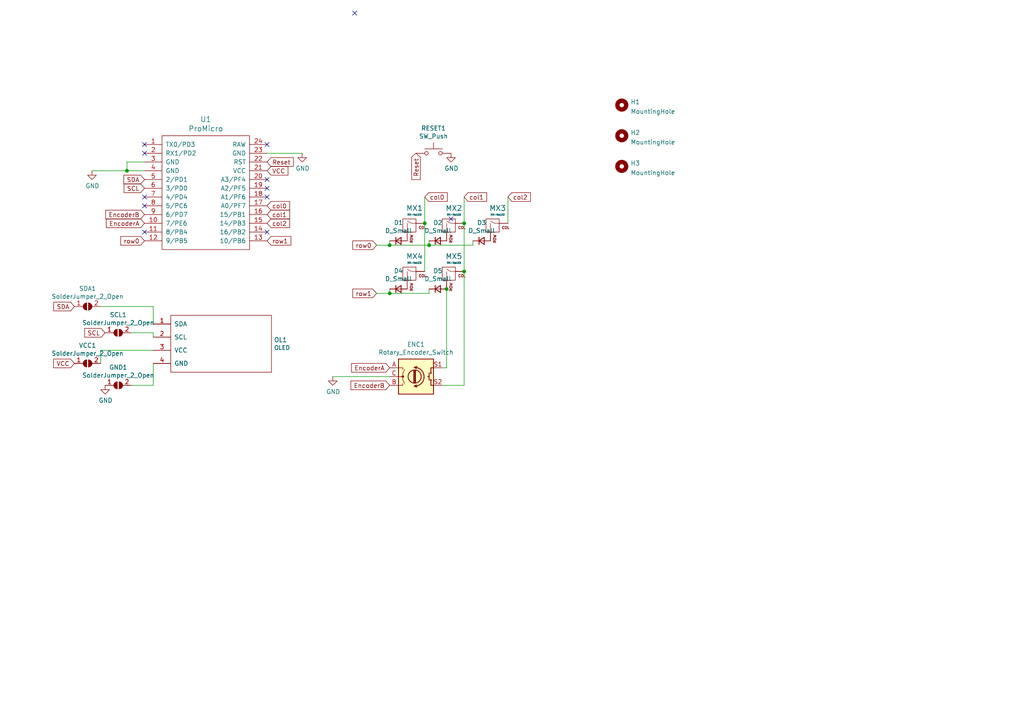
<source format=kicad_sch>
(kicad_sch (version 20210621) (generator eeschema)
  (paper "A4")
  (lib_symbols
    (symbol "Device:D_Small" (pin_numbers hide) (pin_names (offset 0.254) hide)
      (property "Reference" "D" (at -1.27 2.032 0))
      (property "Value" "D_Small" (at -3.81 -2.032 0))
      (symbol "D_Small_0_1"
        (polyline (pts (xy -0.762 -1.016) (xy -0.762 1.016)) (stroke (width 0.254)))
        (polyline (pts (xy -0.762 0) (xy 0.762 0)))
        (polyline (pts (xy 0.762 -1.016) (xy -0.762 0) (xy 0.762 1.016) (xy 0.762 -1.016)) (stroke (width 0.254)))
      )
      (symbol "D_Small_1_1"
        (pin passive line (at -2.54 0 0) (length 1.778) (name "K") (number "1"))
        (pin passive line (at 2.54 0 180) (length 1.778) (name "A") (number "2"))
      )
    )
    (symbol "Device:Rotary_Encoder_Switch" (pin_names (offset 0.254) hide)
      (property "Reference" "SW" (at 0 6.604 0))
      (property "Value" "Rotary_Encoder_Switch" (at 0 -6.604 0))
      (symbol "Rotary_Encoder_Switch_0_1"
        (arc (start -0.381 -2.794) (end -0.381 2.667) (radius (at -0.381 -0.0508) (length 2.7432) (angles -89.9 89.9)) (stroke (width 0.254)))
        (circle (center -0.381 0) (radius 1.905) (stroke (width 0.254)))
        (circle (center 4.318 -1.016) (radius 0.127) (stroke (width 0.254)))
        (circle (center 4.318 1.016) (radius 0.127) (stroke (width 0.254)))
        (circle (center -3.81 0) (radius 0.254) (fill (type outline)))
        (rectangle (start -5.08 5.08) (end 5.08 -5.08) (stroke (width 0.254)) (fill (type background)))
        (polyline (pts (xy -0.635 -1.778) (xy -0.635 1.778)) (stroke (width 0.254)))
        (polyline (pts (xy -0.381 -1.778) (xy -0.381 1.778)) (stroke (width 0.254)))
        (polyline (pts (xy -0.127 1.778) (xy -0.127 -1.778)) (stroke (width 0.254)))
        (polyline (pts (xy 3.81 0) (xy 3.429 0)) (stroke (width 0.254)))
        (polyline (pts (xy 3.81 1.016) (xy 3.81 -1.016)) (stroke (width 0.254)))
        (polyline (pts (xy -5.08 -2.54) (xy -3.81 -2.54) (xy -3.81 -2.032)))
        (polyline (pts (xy -5.08 2.54) (xy -3.81 2.54) (xy -3.81 2.032)))
        (polyline (pts (xy 0.254 -3.048) (xy -0.508 -2.794) (xy 0.127 -2.413)) (stroke (width 0.254)))
        (polyline (pts (xy 0.254 2.921) (xy -0.508 2.667) (xy 0.127 2.286)) (stroke (width 0.254)))
        (polyline (pts (xy 5.08 -2.54) (xy 4.318 -2.54) (xy 4.318 -1.016)) (stroke (width 0.254)))
        (polyline (pts (xy 5.08 2.54) (xy 4.318 2.54) (xy 4.318 1.016)) (stroke (width 0.254)))
        (polyline (pts (xy -5.08 0) (xy -3.81 0) (xy -3.81 -1.016) (xy -3.302 -2.032)))
        (polyline (pts (xy -4.318 0) (xy -3.81 0) (xy -3.81 1.016) (xy -3.302 2.032)))
      )
      (symbol "Rotary_Encoder_Switch_1_1"
        (pin passive line (at -7.62 2.54 0) (length 2.54) (name "A") (number "A"))
        (pin passive line (at -7.62 -2.54 0) (length 2.54) (name "B") (number "B"))
        (pin passive line (at -7.62 0 0) (length 2.54) (name "C") (number "C"))
        (pin passive line (at 7.62 2.54 180) (length 2.54) (name "S1") (number "S1"))
        (pin passive line (at 7.62 -2.54 180) (length 2.54) (name "S2") (number "S2"))
      )
    )
    (symbol "Jumper:SolderJumper_2_Open" (pin_names (offset 0) hide)
      (property "Reference" "JP" (at 0 2.032 0))
      (property "Value" "SolderJumper_2_Open" (at 0 -2.54 0))
      (symbol "SolderJumper_2_Open_0_1"
        (arc (start -0.254 1.016) (end -0.254 -1.016) (radius (at -0.254 0) (length 1.016) (angles 90.1 -90.1)))
        (arc (start 0.254 -1.016) (end 0.254 1.016) (radius (at 0.254 0) (length 1.016) (angles -89.9 89.9)))
        (arc (start -0.254 1.016) (end -0.254 -1.016) (radius (at -0.254 0) (length 1.016) (angles 90.1 -90.1)) (fill (type outline)))
        (arc (start 0.254 -1.016) (end 0.254 1.016) (radius (at 0.254 0) (length 1.016) (angles -89.9 89.9)) (fill (type outline)))
        (polyline (pts (xy -0.254 1.016) (xy -0.254 -1.016)))
        (polyline (pts (xy 0.254 1.016) (xy 0.254 -1.016)))
      )
      (symbol "SolderJumper_2_Open_1_1"
        (pin passive line (at -3.81 0 0) (length 2.54) (name "A") (number "1"))
        (pin passive line (at 3.81 0 180) (length 2.54) (name "B") (number "2"))
      )
    )
    (symbol "Keebio:ProMicro" (pin_names (offset 1.016))
      (property "Reference" "U" (at 0 0 0))
      (property "Value" "ProMicro" (at 0 -19.05 0))
      (symbol "ProMicro_0_1"
        (rectangle (start -12.7 -16.51) (end 12.7 16.51))
      )
      (symbol "ProMicro_1_1"
        (pin input line (at -17.78 13.97 0) (length 5.08) (name "TX0/PD3") (number "1"))
        (pin input line (at -17.78 -8.89 0) (length 5.08) (name "7/PE6") (number "10"))
        (pin input line (at -17.78 -11.43 0) (length 5.08) (name "8/PB4") (number "11"))
        (pin input line (at -17.78 -13.97 0) (length 5.08) (name "9/PB5") (number "12"))
        (pin input line (at 17.78 -13.97 180) (length 5.08) (name "10/PB6") (number "13"))
        (pin input line (at 17.78 -11.43 180) (length 5.08) (name "16/PB2") (number "14"))
        (pin input line (at 17.78 -8.89 180) (length 5.08) (name "14/PB3") (number "15"))
        (pin input line (at 17.78 -6.35 180) (length 5.08) (name "15/PB1") (number "16"))
        (pin input line (at 17.78 -3.81 180) (length 5.08) (name "A0/PF7") (number "17"))
        (pin input line (at 17.78 -1.27 180) (length 5.08) (name "A1/PF6") (number "18"))
        (pin input line (at 17.78 1.27 180) (length 5.08) (name "A2/PF5") (number "19"))
        (pin input line (at -17.78 11.43 0) (length 5.08) (name "RX1/PD2") (number "2"))
        (pin input line (at 17.78 3.81 180) (length 5.08) (name "A3/PF4") (number "20"))
        (pin input line (at 17.78 6.35 180) (length 5.08) (name "VCC") (number "21"))
        (pin input line (at 17.78 8.89 180) (length 5.08) (name "RST") (number "22"))
        (pin input line (at 17.78 11.43 180) (length 5.08) (name "GND") (number "23"))
        (pin input line (at 17.78 13.97 180) (length 5.08) (name "RAW") (number "24"))
        (pin input line (at -17.78 8.89 0) (length 5.08) (name "GND") (number "3"))
        (pin input line (at -17.78 6.35 0) (length 5.08) (name "GND") (number "4"))
        (pin input line (at -17.78 3.81 0) (length 5.08) (name "2/PD1") (number "5"))
        (pin input line (at -17.78 1.27 0) (length 5.08) (name "3/PD0") (number "6"))
        (pin input line (at -17.78 -1.27 0) (length 5.08) (name "4/PD4") (number "7"))
        (pin input line (at -17.78 -3.81 0) (length 5.08) (name "5/PC6") (number "8"))
        (pin input line (at -17.78 -6.35 0) (length 5.08) (name "6/PD7") (number "9"))
      )
    )
    (symbol "MX_Alps_Hybrid:MX-NoLED" (pin_names (offset 1.016))
      (property "Reference" "MX" (at -0.635 3.81 0))
      (property "Value" "MX-NoLED" (at -0.635 1.27 0))
      (symbol "MX-NoLED_0_0"
        (text "COL" (at 3.175 0 0) (effects (font (size 0.762 0.762))))
        (text "ROW" (at 0 -1.905 900) (effects (font (size 0.762 0.762)) (justify right)))
        (rectangle (start -2.54 2.54) (end 1.27 -1.27))
        (polyline (pts (xy -1.27 -1.27) (xy -1.27 1.27)) (stroke (width 0.127)))
        (polyline (pts (xy 1.27 1.27) (xy 0 1.27) (xy -1.27 1.905)) (stroke (width 0.127)))
      )
      (symbol "MX-NoLED_1_1"
        (pin passive line (at 3.81 1.27 180) (length 2.54) (name "COL") (number "1"))
        (pin passive line (at -1.27 -3.81 90) (length 2.54) (name "ROW") (number "2"))
      )
    )
    (symbol "Mechanical:MountingHole" (pin_names (offset 1.016))
      (property "Reference" "H" (at 0 5.08 0))
      (property "Value" "MountingHole" (at 0 3.175 0))
      (symbol "MountingHole_0_1"
        (circle (center 0 0) (radius 1.27) (stroke (width 1.27)))
      )
    )
    (symbol "Switch:SW_Push" (pin_numbers hide) (pin_names (offset 1.016) hide)
      (property "Reference" "SW" (at 1.27 2.54 0))
      (property "Value" "SW_Push" (at 0 -1.524 0))
      (symbol "SW_Push_0_1"
        (circle (center -2.032 0) (radius 0.508))
        (circle (center 2.032 0) (radius 0.508))
        (polyline (pts (xy 0 1.27) (xy 0 3.048)))
        (polyline (pts (xy 2.54 1.27) (xy -2.54 1.27)))
        (pin passive line (at -5.08 0 0) (length 2.54) (name "1") (number "1"))
        (pin passive line (at 5.08 0 180) (length 2.54) (name "2") (number "2"))
      )
    )
    (symbol "kbd:OLED" (pin_names (offset 1.016))
      (property "Reference" "OL" (at 0 2.54 0))
      (property "Value" "OLED" (at 0 -1.27 0))
      (symbol "OLED_0_1"
        (rectangle (start -13.97 8.89) (end 15.24 -7.62))
      )
      (symbol "OLED_1_1"
        (pin bidirectional line (at -19.05 6.35 0) (length 5.08) (name "SDA") (number "1"))
        (pin bidirectional line (at -19.05 2.54 0) (length 5.08) (name "SCL") (number "2"))
        (pin power_in line (at -19.05 -1.27 0) (length 5.08) (name "VCC") (number "3"))
        (pin power_in line (at -19.05 -5.08 0) (length 5.08) (name "GND") (number "4"))
      )
    )
    (symbol "power:GND" (power) (pin_names (offset 0))
      (property "Value" "GND" (at 0 -3.81 0))
      (symbol "GND_0_1"
        (polyline (pts (xy 0 0) (xy 0 -1.27) (xy 1.27 -1.27) (xy 0 -2.54) (xy -1.27 -1.27) (xy 0 -1.27)))
      )
      (symbol "GND_1_1"
        (pin power_in line (at 0 0 270) (length 0) hide (name "GND") (number "1"))
      )
    )
  )
  (junction (at 36.83 49.53))
  (junction (at 113.03 71.12))
  (junction (at 113.03 85.09))
  (junction (at 123.19 64.77))
  (junction (at 124.46 71.12))
  (junction (at 129.54 83.82))
  (junction (at 134.62 64.77))
  (junction (at 134.62 78.74))
  (no_connect (at 41.91 41.91))
  (no_connect (at 41.91 44.45))
  (no_connect (at 41.91 57.15))
  (no_connect (at 41.91 59.69))
  (no_connect (at 41.91 67.31))
  (no_connect (at 77.47 41.91))
  (no_connect (at 77.47 52.07))
  (no_connect (at 77.47 54.61))
  (no_connect (at 77.47 57.15))
  (no_connect (at 77.47 67.31))
  (no_connect (at 102.87 3.81))
  (no_connect (at 130.81 63.5))
  (wire (pts (xy 29.21 88.9) (xy 44.45 88.9)))
  (wire (pts (xy 29.21 101.6) (xy 29.21 105.41)))
  (wire (pts (xy 36.83 46.99) (xy 36.83 49.53)))
  (wire (pts (xy 36.83 49.53) (xy 26.67 49.53)))
  (wire (pts (xy 38.1 96.52) (xy 44.45 96.52)))
  (wire (pts (xy 38.1 111.76) (xy 44.45 111.76)))
  (wire (pts (xy 41.91 46.99) (xy 36.83 46.99)))
  (wire (pts (xy 41.91 49.53) (xy 36.83 49.53)))
  (wire (pts (xy 44.45 88.9) (xy 44.45 93.98)))
  (wire (pts (xy 44.45 96.52) (xy 44.45 97.79)))
  (wire (pts (xy 44.45 101.6) (xy 29.21 101.6)))
  (wire (pts (xy 44.45 111.76) (xy 44.45 105.41)))
  (wire (pts (xy 77.47 44.45) (xy 87.63 44.45)))
  (wire (pts (xy 113.03 71.12) (xy 109.22 71.12)))
  (wire (pts (xy 113.03 71.12) (xy 113.03 69.85)))
  (wire (pts (xy 113.03 85.09) (xy 109.22 85.09)))
  (wire (pts (xy 113.03 85.09) (xy 113.03 83.82)))
  (wire (pts (xy 113.03 109.22) (xy 96.52 109.22)))
  (wire (pts (xy 123.19 64.77) (xy 123.19 57.15)))
  (wire (pts (xy 123.19 64.77) (xy 123.19 78.74)))
  (wire (pts (xy 124.46 69.85) (xy 124.46 71.12)))
  (wire (pts (xy 124.46 71.12) (xy 113.03 71.12)))
  (wire (pts (xy 124.46 83.82) (xy 124.46 85.09)))
  (wire (pts (xy 124.46 85.09) (xy 113.03 85.09)))
  (wire (pts (xy 128.27 106.68) (xy 129.54 106.68)))
  (wire (pts (xy 128.27 111.76) (xy 134.62 111.76)))
  (wire (pts (xy 129.54 106.68) (xy 129.54 83.82)))
  (wire (pts (xy 134.62 64.77) (xy 134.62 57.15)))
  (wire (pts (xy 134.62 64.77) (xy 134.62 78.74)))
  (wire (pts (xy 134.62 111.76) (xy 134.62 78.74)))
  (wire (pts (xy 137.16 69.85) (xy 137.16 71.12)))
  (wire (pts (xy 137.16 71.12) (xy 124.46 71.12)))
  (wire (pts (xy 147.32 64.77) (xy 147.32 57.15)))
  (global_label "SDA" (shape input) (at 21.59 88.9 180) (property "Intersheet References" "${INTERSHEET_REFS}" (effects hide)))
  (global_label "VCC" (shape input) (at 21.59 105.41 180) (property "Intersheet References" "${INTERSHEET_REFS}" (effects hide)))
  (global_label "SCL" (shape input) (at 30.48 96.52 180) (property "Intersheet References" "${INTERSHEET_REFS}" (effects hide)))
  (global_label "SDA" (shape input) (at 41.91 52.07 180) (property "Intersheet References" "${INTERSHEET_REFS}" (effects hide)))
  (global_label "SCL" (shape input) (at 41.91 54.61 180) (property "Intersheet References" "${INTERSHEET_REFS}" (effects hide)))
  (global_label "EncoderB" (shape input) (at 41.91 62.23 180) (property "Intersheet References" "${INTERSHEET_REFS}" (effects hide)))
  (global_label "EncoderA" (shape input) (at 41.91 64.77 180) (property "Intersheet References" "${INTERSHEET_REFS}" (effects hide)))
  (global_label "row0" (shape input) (at 41.91 69.85 180) (property "Intersheet References" "${INTERSHEET_REFS}" (effects hide)))
  (global_label "Reset" (shape input) (at 77.47 46.99 0) (property "Intersheet References" "${INTERSHEET_REFS}" (effects hide)))
  (global_label "VCC" (shape input) (at 77.47 49.53 0) (property "Intersheet References" "${INTERSHEET_REFS}" (effects hide)))
  (global_label "col0" (shape input) (at 77.47 59.69 0) (property "Intersheet References" "${INTERSHEET_REFS}" (effects hide)))
  (global_label "col1" (shape input) (at 77.47 62.23 0) (property "Intersheet References" "${INTERSHEET_REFS}" (effects hide)))
  (global_label "col2" (shape input) (at 77.47 64.77 0) (property "Intersheet References" "${INTERSHEET_REFS}" (effects hide)))
  (global_label "row1" (shape input) (at 77.47 69.85 0) (property "Intersheet References" "${INTERSHEET_REFS}" (effects hide)))
  (global_label "row0" (shape input) (at 109.22 71.12 180) (property "Intersheet References" "${INTERSHEET_REFS}" (effects hide)))
  (global_label "row1" (shape input) (at 109.22 85.09 180) (property "Intersheet References" "${INTERSHEET_REFS}" (effects hide)))
  (global_label "EncoderA" (shape input) (at 113.03 106.68 180) (property "Intersheet References" "${INTERSHEET_REFS}" (effects hide)))
  (global_label "EncoderB" (shape input) (at 113.03 111.76 180) (property "Intersheet References" "${INTERSHEET_REFS}" (effects hide)))
  (global_label "Reset" (shape input) (at 120.65 44.45 270) (property "Intersheet References" "${INTERSHEET_REFS}" (effects hide)))
  (global_label "col0" (shape input) (at 123.19 57.15 0) (property "Intersheet References" "${INTERSHEET_REFS}" (effects hide)))
  (global_label "col1" (shape input) (at 134.62 57.15 0) (property "Intersheet References" "${INTERSHEET_REFS}" (effects hide)))
  (global_label "col2" (shape input) (at 147.32 57.15 0) (property "Intersheet References" "${INTERSHEET_REFS}" (effects hide)))
  (symbol (lib_id "power:GND") (at 26.67 49.53 0) (unit 1)
    (property "Reference" "#PWR0101" (effects hide))
    (property "Value" "GND" (at 26.797 53.9242 0))
  )
  (symbol (lib_id "power:GND") (at 30.48 111.76 0) (unit 1)
    (property "Reference" "#PWR0105" (effects hide))
    (property "Value" "GND" (at 30.607 116.1542 0))
  )
  (symbol (lib_id "power:GND") (at 87.63 44.45 0) (unit 1)
    (property "Reference" "#PWR0102" (effects hide))
    (property "Value" "GND" (at 87.757 48.8442 0))
  )
  (symbol (lib_id "power:GND") (at 96.52 109.22 0) (unit 1)
    (property "Reference" "#PWR0104" (effects hide))
    (property "Value" "GND" (at 96.647 113.6142 0))
  )
  (symbol (lib_id "power:GND") (at 130.81 44.45 0) (unit 1)
    (property "Reference" "#PWR0103" (effects hide))
    (property "Value" "GND" (at 130.937 48.8442 0))
  )
  (symbol (lib_id "Device:D_Small") (at 115.57 69.85 0) (unit 1)
    (property "Reference" "D1" (at 115.57 64.5922 0))
    (property "Value" "D_Small" (at 115.57 66.9036 0))
    (property "Footprint" "Envoy:Diode-Hybrid-Back" (effects hide))
  )
  (symbol (lib_id "Device:D_Small") (at 115.57 83.82 0) (unit 1)
    (property "Reference" "D4" (at 115.57 78.5622 0))
    (property "Value" "D_Small" (at 115.57 80.8736 0))
    (property "Footprint" "Envoy:Diode-Hybrid-Back" (effects hide))
  )
  (symbol (lib_id "Device:D_Small") (at 127 69.85 0) (unit 1)
    (property "Reference" "D2" (at 127 64.5922 0))
    (property "Value" "D_Small" (at 127 66.9036 0))
    (property "Footprint" "Envoy:Diode-Hybrid-Back" (effects hide))
  )
  (symbol (lib_id "Device:D_Small") (at 127 83.82 0) (unit 1)
    (property "Reference" "D5" (at 127 78.5622 0))
    (property "Value" "D_Small" (at 127 80.8736 0))
    (property "Footprint" "Envoy:Diode-Hybrid-Back" (effects hide))
  )
  (symbol (lib_id "Device:D_Small") (at 139.7 69.85 0) (unit 1)
    (property "Reference" "D3" (at 139.7 64.5922 0))
    (property "Value" "D_Small" (at 139.7 66.9036 0))
    (property "Footprint" "Envoy:Diode-Hybrid-Back" (effects hide))
  )
  (symbol (lib_id "Mechanical:MountingHole") (at 180.34 30.48 0) (unit 1)
    (property "Reference" "H1" (at 182.8801 29.5715 0) (effects (justify left)))
    (property "Value" "MountingHole" (at 182.8801 32.3466 0) (effects (justify left)))
    (property "Footprint" "Envoy:ClearanceHole_3.7mm" (effects hide))
  )
  (symbol (lib_id "Mechanical:MountingHole") (at 180.34 39.37 0) (unit 1)
    (property "Reference" "H2" (at 182.8801 38.4615 0) (effects (justify left)))
    (property "Value" "MountingHole" (at 182.8801 41.2366 0) (effects (justify left)))
    (property "Footprint" "Envoy:ClearanceHole_3.7mm" (effects hide))
  )
  (symbol (lib_id "Mechanical:MountingHole") (at 180.34 48.26 0) (unit 1)
    (property "Reference" "H3" (at 182.8801 47.3515 0) (effects (justify left)))
    (property "Value" "MountingHole" (at 182.8801 50.1266 0) (effects (justify left)))
    (property "Footprint" "Envoy:ClearanceHole_3.7mm" (effects hide))
  )
  (symbol (lib_id "Jumper:SolderJumper_2_Open") (at 25.4 88.9 0) (unit 1) (in_bom no)
    (property "Reference" "SDA1" (at 25.4 83.693 0))
    (property "Value" "SolderJumper_2_Open" (at 25.4 86.0044 0))
    (property "Footprint" "Keyboard parts:SOLDER_JUMPER_2" (effects hide))
  )
  (symbol (lib_id "Jumper:SolderJumper_2_Open") (at 25.4 105.41 0) (unit 1) (in_bom no)
    (property "Reference" "VCC1" (at 25.4 100.203 0))
    (property "Value" "SolderJumper_2_Open" (at 25.4 102.5144 0))
    (property "Footprint" "Keyboard parts:SOLDER_JUMPER_2" (effects hide))
  )
  (symbol (lib_id "Jumper:SolderJumper_2_Open") (at 34.29 96.52 0) (unit 1) (in_bom no)
    (property "Reference" "SCL1" (at 34.29 91.313 0))
    (property "Value" "SolderJumper_2_Open" (at 34.29 93.6244 0))
    (property "Footprint" "Keyboard parts:SOLDER_JUMPER_2" (effects hide))
  )
  (symbol (lib_id "Jumper:SolderJumper_2_Open") (at 34.29 111.76 0) (unit 1) (in_bom no)
    (property "Reference" "GND1" (at 34.29 106.553 0))
    (property "Value" "SolderJumper_2_Open" (at 34.29 108.8644 0))
    (property "Footprint" "Keyboard parts:SOLDER_JUMPER_2" (effects hide))
  )
  (symbol (lib_id "Switch:SW_Push") (at 125.73 44.45 0) (unit 1)
    (property "Reference" "RESET1" (at 125.73 37.211 0))
    (property "Value" "SW_Push" (at 125.73 39.5224 0))
    (property "Footprint" "Envoy:Reset_Jumper_Points" (effects hide))
  )
  (symbol (lib_id "MX_Alps_Hybrid:MX-NoLED") (at 119.38 66.04 0) (unit 1)
    (property "Reference" "MX1" (at 120.2182 60.3758 0) (effects (font (size 1.524 1.524))))
    (property "Value" "MX-NoLED" (at 120.2182 62.2554 0) (effects (font (size 0.508 0.508))))
    (property "Footprint" "Envoy:MXOnly-1U-Hotswap" (effects hide))
  )
  (symbol (lib_id "MX_Alps_Hybrid:MX-NoLED") (at 119.38 80.01 0) (unit 1)
    (property "Reference" "MX4" (at 120.2182 74.3458 0) (effects (font (size 1.524 1.524))))
    (property "Value" "MX-NoLED" (at 120.2182 76.2254 0) (effects (font (size 0.508 0.508))))
    (property "Footprint" "Envoy:MXOnly-1U-Hotswap" (effects hide))
  )
  (symbol (lib_id "MX_Alps_Hybrid:MX-NoLED") (at 130.81 66.04 0) (unit 1)
    (property "Reference" "MX2" (at 131.6482 60.3758 0) (effects (font (size 1.524 1.524))))
    (property "Value" "MX-NoLED" (at 131.6482 62.2554 0) (effects (font (size 0.508 0.508))))
    (property "Footprint" "Envoy:MXOnly-1U-Hotswap" (effects hide))
  )
  (symbol (lib_id "MX_Alps_Hybrid:MX-NoLED") (at 130.81 80.01 0) (unit 1)
    (property "Reference" "MX5" (at 131.6482 74.3458 0) (effects (font (size 1.524 1.524))))
    (property "Value" "MX-NoLED" (at 131.6482 76.2254 0) (effects (font (size 0.508 0.508))))
    (property "Footprint" "Envoy:MXOnly-1U-Hotswap" (effects hide))
  )
  (symbol (lib_id "MX_Alps_Hybrid:MX-NoLED") (at 143.51 66.04 0) (unit 1)
    (property "Reference" "MX3" (at 144.3482 60.3758 0) (effects (font (size 1.524 1.524))))
    (property "Value" "MX-NoLED" (at 144.3482 62.2554 0) (effects (font (size 0.508 0.508))))
    (property "Footprint" "Envoy:MXOnly-1U-Hotswap" (effects hide))
  )
  (symbol (lib_id "Device:Rotary_Encoder_Switch") (at 120.65 109.22 0) (unit 1)
    (property "Reference" "ENC1" (at 120.65 99.8982 0))
    (property "Value" "Rotary_Encoder_Switch" (at 120.65 102.2096 0))
    (property "Footprint" "Keebio-Parts:RotaryEncoder_EC11-no-legs" (effects hide))
  )
  (symbol (lib_id "kbd:OLED") (at 63.5 100.33 0) (unit 1)
    (property "Reference" "OL1" (at 79.4512 98.5774 0) (effects (font (size 1.2954 1.2954)) (justify left)))
    (property "Value" "OLED" (at 79.4512 100.8634 0) (effects (font (size 1.1938 1.1938)) (justify left)))
    (property "Footprint" "kbd:OLED_v2" (effects hide))
  )
  (symbol (lib_id "Keebio:ProMicro") (at 59.69 55.88 0) (unit 1)
    (property "Reference" "U1" (at 59.69 34.6202 0) (effects (font (size 1.524 1.524))))
    (property "Value" "ProMicro" (at 59.69 37.3126 0) (effects (font (size 1.524 1.524))))
    (property "Footprint" "Envoy:ProMicro_face_in" (effects hide))
  )
)
</source>
